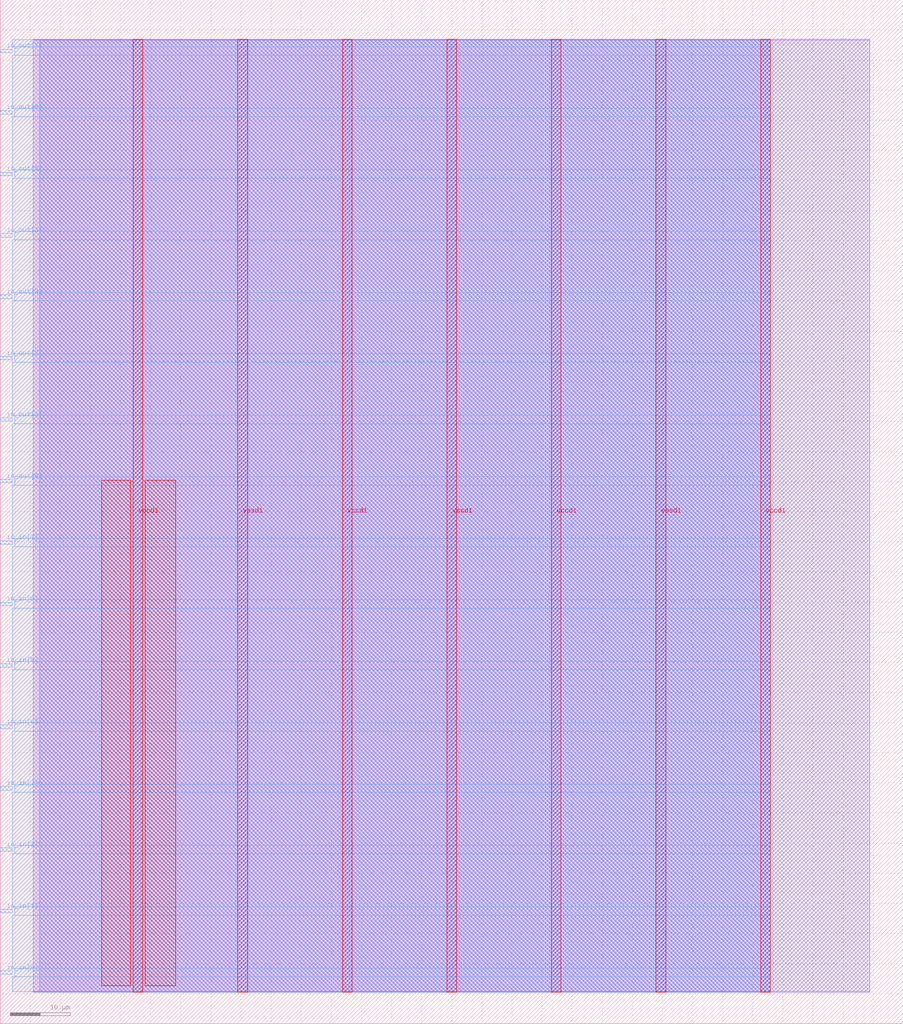
<source format=lef>
VERSION 5.7 ;
  NOWIREEXTENSIONATPIN ON ;
  DIVIDERCHAR "/" ;
  BUSBITCHARS "[]" ;
MACRO user_module_349833797657690706
  CLASS BLOCK ;
  FOREIGN user_module_349833797657690706 ;
  ORIGIN 0.000 0.000 ;
  SIZE 150.000 BY 170.000 ;
  PIN io_in[0]
    DIRECTION INPUT ;
    USE SIGNAL ;
    PORT
      LAYER met3 ;
        RECT 0.000 8.200 2.000 8.800 ;
    END
  END io_in[0]
  PIN io_in[1]
    DIRECTION INPUT ;
    USE SIGNAL ;
    PORT
      LAYER met3 ;
        RECT 0.000 18.400 2.000 19.000 ;
    END
  END io_in[1]
  PIN io_in[2]
    DIRECTION INPUT ;
    USE SIGNAL ;
    PORT
      LAYER met3 ;
        RECT 0.000 28.600 2.000 29.200 ;
    END
  END io_in[2]
  PIN io_in[3]
    DIRECTION INPUT ;
    USE SIGNAL ;
    PORT
      LAYER met3 ;
        RECT 0.000 38.800 2.000 39.400 ;
    END
  END io_in[3]
  PIN io_in[4]
    DIRECTION INPUT ;
    USE SIGNAL ;
    PORT
      LAYER met3 ;
        RECT 0.000 49.000 2.000 49.600 ;
    END
  END io_in[4]
  PIN io_in[5]
    DIRECTION INPUT ;
    USE SIGNAL ;
    PORT
      LAYER met3 ;
        RECT 0.000 59.200 2.000 59.800 ;
    END
  END io_in[5]
  PIN io_in[6]
    DIRECTION INPUT ;
    USE SIGNAL ;
    PORT
      LAYER met3 ;
        RECT 0.000 69.400 2.000 70.000 ;
    END
  END io_in[6]
  PIN io_in[7]
    DIRECTION INPUT ;
    USE SIGNAL ;
    PORT
      LAYER met3 ;
        RECT 0.000 79.600 2.000 80.200 ;
    END
  END io_in[7]
  PIN io_out[0]
    DIRECTION OUTPUT TRISTATE ;
    USE SIGNAL ;
    PORT
      LAYER met3 ;
        RECT 0.000 89.800 2.000 90.400 ;
    END
  END io_out[0]
  PIN io_out[1]
    DIRECTION OUTPUT TRISTATE ;
    USE SIGNAL ;
    PORT
      LAYER met3 ;
        RECT 0.000 100.000 2.000 100.600 ;
    END
  END io_out[1]
  PIN io_out[2]
    DIRECTION OUTPUT TRISTATE ;
    USE SIGNAL ;
    PORT
      LAYER met3 ;
        RECT 0.000 110.200 2.000 110.800 ;
    END
  END io_out[2]
  PIN io_out[3]
    DIRECTION OUTPUT TRISTATE ;
    USE SIGNAL ;
    PORT
      LAYER met3 ;
        RECT 0.000 120.400 2.000 121.000 ;
    END
  END io_out[3]
  PIN io_out[4]
    DIRECTION OUTPUT TRISTATE ;
    USE SIGNAL ;
    PORT
      LAYER met3 ;
        RECT 0.000 130.600 2.000 131.200 ;
    END
  END io_out[4]
  PIN io_out[5]
    DIRECTION OUTPUT TRISTATE ;
    USE SIGNAL ;
    PORT
      LAYER met3 ;
        RECT 0.000 140.800 2.000 141.400 ;
    END
  END io_out[5]
  PIN io_out[6]
    DIRECTION OUTPUT TRISTATE ;
    USE SIGNAL ;
    PORT
      LAYER met3 ;
        RECT 0.000 151.000 2.000 151.600 ;
    END
  END io_out[6]
  PIN io_out[7]
    DIRECTION OUTPUT TRISTATE ;
    USE SIGNAL ;
    PORT
      LAYER met3 ;
        RECT 0.000 161.200 2.000 161.800 ;
    END
  END io_out[7]
  PIN vccd1
    DIRECTION INOUT ;
    USE POWER ;
    PORT
      LAYER met4 ;
        RECT 22.090 5.200 23.690 163.440 ;
    END
    PORT
      LAYER met4 ;
        RECT 56.830 5.200 58.430 163.440 ;
    END
    PORT
      LAYER met4 ;
        RECT 91.570 5.200 93.170 163.440 ;
    END
    PORT
      LAYER met4 ;
        RECT 126.310 5.200 127.910 163.440 ;
    END
  END vccd1
  PIN vssd1
    DIRECTION INOUT ;
    USE GROUND ;
    PORT
      LAYER met4 ;
        RECT 39.460 5.200 41.060 163.440 ;
    END
    PORT
      LAYER met4 ;
        RECT 74.200 5.200 75.800 163.440 ;
    END
    PORT
      LAYER met4 ;
        RECT 108.940 5.200 110.540 163.440 ;
    END
  END vssd1
  OBS
      LAYER li1 ;
        RECT 5.520 5.355 144.440 163.285 ;
      LAYER met1 ;
        RECT 5.520 5.200 144.440 163.440 ;
      LAYER met2 ;
        RECT 6.540 5.255 127.880 163.385 ;
      LAYER met3 ;
        RECT 2.000 162.200 127.900 163.365 ;
        RECT 2.400 160.800 127.900 162.200 ;
        RECT 2.000 152.000 127.900 160.800 ;
        RECT 2.400 150.600 127.900 152.000 ;
        RECT 2.000 141.800 127.900 150.600 ;
        RECT 2.400 140.400 127.900 141.800 ;
        RECT 2.000 131.600 127.900 140.400 ;
        RECT 2.400 130.200 127.900 131.600 ;
        RECT 2.000 121.400 127.900 130.200 ;
        RECT 2.400 120.000 127.900 121.400 ;
        RECT 2.000 111.200 127.900 120.000 ;
        RECT 2.400 109.800 127.900 111.200 ;
        RECT 2.000 101.000 127.900 109.800 ;
        RECT 2.400 99.600 127.900 101.000 ;
        RECT 2.000 90.800 127.900 99.600 ;
        RECT 2.400 89.400 127.900 90.800 ;
        RECT 2.000 80.600 127.900 89.400 ;
        RECT 2.400 79.200 127.900 80.600 ;
        RECT 2.000 70.400 127.900 79.200 ;
        RECT 2.400 69.000 127.900 70.400 ;
        RECT 2.000 60.200 127.900 69.000 ;
        RECT 2.400 58.800 127.900 60.200 ;
        RECT 2.000 50.000 127.900 58.800 ;
        RECT 2.400 48.600 127.900 50.000 ;
        RECT 2.000 39.800 127.900 48.600 ;
        RECT 2.400 38.400 127.900 39.800 ;
        RECT 2.000 29.600 127.900 38.400 ;
        RECT 2.400 28.200 127.900 29.600 ;
        RECT 2.000 19.400 127.900 28.200 ;
        RECT 2.400 18.000 127.900 19.400 ;
        RECT 2.000 9.200 127.900 18.000 ;
        RECT 2.400 7.800 127.900 9.200 ;
        RECT 2.000 5.275 127.900 7.800 ;
      LAYER met4 ;
        RECT 16.855 6.295 21.690 90.265 ;
        RECT 24.090 6.295 29.145 90.265 ;
  END
END user_module_349833797657690706
END LIBRARY


</source>
